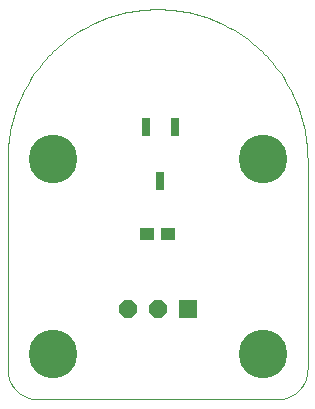
<source format=gts>
G75*
%MOIN*%
%OFA0B0*%
%FSLAX25Y25*%
%IPPOS*%
%LPD*%
%AMOC8*
5,1,8,0,0,1.08239X$1,22.5*
%
%ADD10R,0.04731X0.04337*%
%ADD11R,0.02900X0.06306*%
%ADD12OC8,0.06000*%
%ADD13R,0.06000X0.06000*%
%ADD14C,0.00000*%
%ADD15C,0.16211*%
D10*
X0053454Y0079006D03*
X0060146Y0079006D03*
D11*
X0057587Y0096801D03*
X0052863Y0114911D03*
X0062706Y0114911D03*
D12*
X0056800Y0054006D03*
X0046800Y0054006D03*
D13*
X0066800Y0054006D03*
D14*
X0096800Y0024006D02*
X0016800Y0024006D01*
X0016558Y0024009D01*
X0016317Y0024018D01*
X0016076Y0024032D01*
X0015835Y0024053D01*
X0015595Y0024079D01*
X0015355Y0024111D01*
X0015116Y0024149D01*
X0014879Y0024192D01*
X0014642Y0024242D01*
X0014407Y0024297D01*
X0014173Y0024357D01*
X0013941Y0024424D01*
X0013710Y0024495D01*
X0013481Y0024573D01*
X0013254Y0024656D01*
X0013029Y0024744D01*
X0012806Y0024838D01*
X0012586Y0024937D01*
X0012368Y0025042D01*
X0012153Y0025151D01*
X0011940Y0025266D01*
X0011730Y0025386D01*
X0011524Y0025511D01*
X0011320Y0025641D01*
X0011119Y0025776D01*
X0010922Y0025916D01*
X0010728Y0026060D01*
X0010538Y0026209D01*
X0010352Y0026363D01*
X0010169Y0026521D01*
X0009990Y0026683D01*
X0009815Y0026850D01*
X0009644Y0027021D01*
X0009477Y0027196D01*
X0009315Y0027375D01*
X0009157Y0027558D01*
X0009003Y0027744D01*
X0008854Y0027934D01*
X0008710Y0028128D01*
X0008570Y0028325D01*
X0008435Y0028526D01*
X0008305Y0028730D01*
X0008180Y0028936D01*
X0008060Y0029146D01*
X0007945Y0029359D01*
X0007836Y0029574D01*
X0007731Y0029792D01*
X0007632Y0030012D01*
X0007538Y0030235D01*
X0007450Y0030460D01*
X0007367Y0030687D01*
X0007289Y0030916D01*
X0007218Y0031147D01*
X0007151Y0031379D01*
X0007091Y0031613D01*
X0007036Y0031848D01*
X0006986Y0032085D01*
X0006943Y0032322D01*
X0006905Y0032561D01*
X0006873Y0032801D01*
X0006847Y0033041D01*
X0006826Y0033282D01*
X0006812Y0033523D01*
X0006803Y0033764D01*
X0006800Y0034006D01*
X0006800Y0104006D01*
X0006815Y0105224D01*
X0006859Y0106440D01*
X0006933Y0107656D01*
X0007037Y0108869D01*
X0007170Y0110079D01*
X0007333Y0111286D01*
X0007525Y0112488D01*
X0007746Y0113686D01*
X0007996Y0114878D01*
X0008275Y0116063D01*
X0008583Y0117241D01*
X0008920Y0118411D01*
X0009285Y0119573D01*
X0009678Y0120725D01*
X0010099Y0121868D01*
X0010548Y0122999D01*
X0011024Y0124120D01*
X0011528Y0125229D01*
X0012058Y0126325D01*
X0012615Y0127408D01*
X0013198Y0128477D01*
X0013806Y0129531D01*
X0014441Y0130571D01*
X0015100Y0131594D01*
X0015784Y0132602D01*
X0016493Y0133592D01*
X0017225Y0134565D01*
X0017981Y0135519D01*
X0018760Y0136455D01*
X0019561Y0137372D01*
X0020385Y0138269D01*
X0021230Y0139145D01*
X0022096Y0140001D01*
X0022983Y0140836D01*
X0023890Y0141648D01*
X0024816Y0142438D01*
X0025762Y0143206D01*
X0026725Y0143950D01*
X0027707Y0144670D01*
X0028706Y0145367D01*
X0029721Y0146039D01*
X0030753Y0146686D01*
X0031800Y0147307D01*
X0032862Y0147903D01*
X0033938Y0148473D01*
X0035027Y0149017D01*
X0036130Y0149533D01*
X0037245Y0150023D01*
X0038371Y0150486D01*
X0039508Y0150921D01*
X0040656Y0151328D01*
X0041813Y0151707D01*
X0042979Y0152058D01*
X0044153Y0152380D01*
X0045335Y0152674D01*
X0046524Y0152939D01*
X0047718Y0153174D01*
X0048918Y0153381D01*
X0050123Y0153558D01*
X0051331Y0153706D01*
X0052543Y0153824D01*
X0053758Y0153913D01*
X0054974Y0153973D01*
X0056191Y0154002D01*
X0057409Y0154002D01*
X0058626Y0153973D01*
X0059842Y0153913D01*
X0061057Y0153824D01*
X0062269Y0153706D01*
X0063477Y0153558D01*
X0064682Y0153381D01*
X0065882Y0153174D01*
X0067076Y0152939D01*
X0068265Y0152674D01*
X0069447Y0152380D01*
X0070621Y0152058D01*
X0071787Y0151707D01*
X0072944Y0151328D01*
X0074092Y0150921D01*
X0075229Y0150486D01*
X0076355Y0150023D01*
X0077470Y0149533D01*
X0078573Y0149017D01*
X0079662Y0148473D01*
X0080738Y0147903D01*
X0081800Y0147307D01*
X0082847Y0146686D01*
X0083879Y0146039D01*
X0084894Y0145367D01*
X0085893Y0144670D01*
X0086875Y0143950D01*
X0087838Y0143206D01*
X0088784Y0142438D01*
X0089710Y0141648D01*
X0090617Y0140836D01*
X0091504Y0140001D01*
X0092370Y0139145D01*
X0093215Y0138269D01*
X0094039Y0137372D01*
X0094840Y0136455D01*
X0095619Y0135519D01*
X0096375Y0134565D01*
X0097107Y0133592D01*
X0097816Y0132602D01*
X0098500Y0131594D01*
X0099159Y0130571D01*
X0099794Y0129531D01*
X0100402Y0128477D01*
X0100985Y0127408D01*
X0101542Y0126325D01*
X0102072Y0125229D01*
X0102576Y0124120D01*
X0103052Y0122999D01*
X0103501Y0121868D01*
X0103922Y0120725D01*
X0104315Y0119573D01*
X0104680Y0118411D01*
X0105017Y0117241D01*
X0105325Y0116063D01*
X0105604Y0114878D01*
X0105854Y0113686D01*
X0106075Y0112488D01*
X0106267Y0111286D01*
X0106430Y0110079D01*
X0106563Y0108869D01*
X0106667Y0107656D01*
X0106741Y0106440D01*
X0106785Y0105224D01*
X0106800Y0104006D01*
X0106800Y0034006D01*
X0106797Y0033764D01*
X0106788Y0033523D01*
X0106774Y0033282D01*
X0106753Y0033041D01*
X0106727Y0032801D01*
X0106695Y0032561D01*
X0106657Y0032322D01*
X0106614Y0032085D01*
X0106564Y0031848D01*
X0106509Y0031613D01*
X0106449Y0031379D01*
X0106382Y0031147D01*
X0106311Y0030916D01*
X0106233Y0030687D01*
X0106150Y0030460D01*
X0106062Y0030235D01*
X0105968Y0030012D01*
X0105869Y0029792D01*
X0105764Y0029574D01*
X0105655Y0029359D01*
X0105540Y0029146D01*
X0105420Y0028936D01*
X0105295Y0028730D01*
X0105165Y0028526D01*
X0105030Y0028325D01*
X0104890Y0028128D01*
X0104746Y0027934D01*
X0104597Y0027744D01*
X0104443Y0027558D01*
X0104285Y0027375D01*
X0104123Y0027196D01*
X0103956Y0027021D01*
X0103785Y0026850D01*
X0103610Y0026683D01*
X0103431Y0026521D01*
X0103248Y0026363D01*
X0103062Y0026209D01*
X0102872Y0026060D01*
X0102678Y0025916D01*
X0102481Y0025776D01*
X0102280Y0025641D01*
X0102076Y0025511D01*
X0101870Y0025386D01*
X0101660Y0025266D01*
X0101447Y0025151D01*
X0101232Y0025042D01*
X0101014Y0024937D01*
X0100794Y0024838D01*
X0100571Y0024744D01*
X0100346Y0024656D01*
X0100119Y0024573D01*
X0099890Y0024495D01*
X0099659Y0024424D01*
X0099427Y0024357D01*
X0099193Y0024297D01*
X0098958Y0024242D01*
X0098721Y0024192D01*
X0098484Y0024149D01*
X0098245Y0024111D01*
X0098005Y0024079D01*
X0097765Y0024053D01*
X0097524Y0024032D01*
X0097283Y0024018D01*
X0097042Y0024009D01*
X0096800Y0024006D01*
D15*
X0091800Y0039006D03*
X0091800Y0104006D03*
X0021800Y0104006D03*
X0021800Y0039006D03*
M02*

</source>
